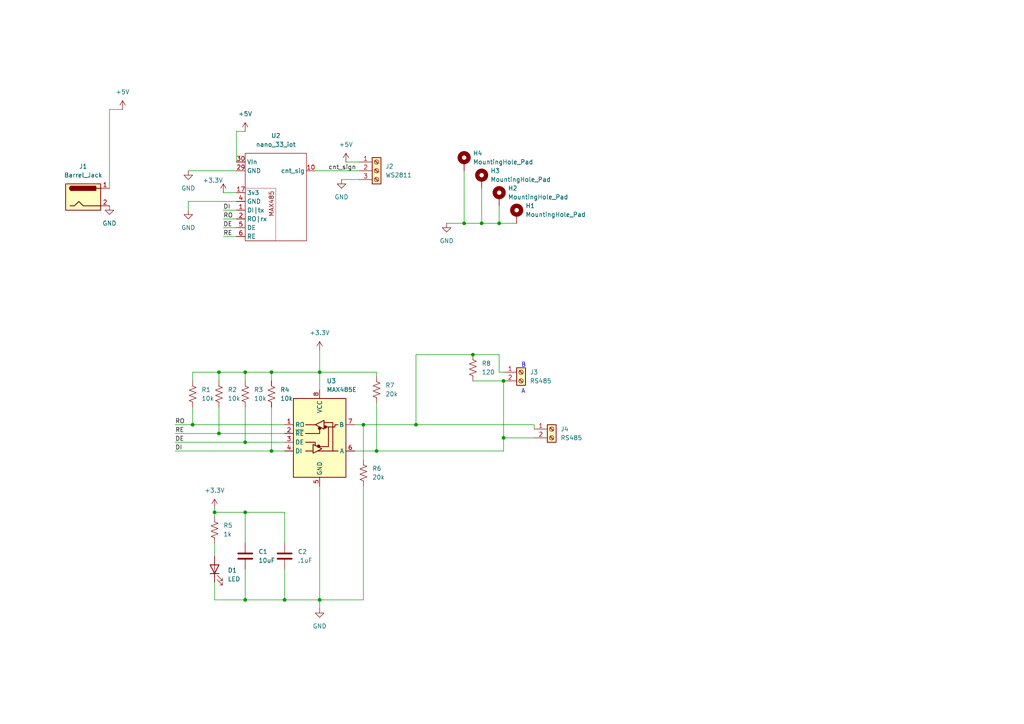
<source format=kicad_sch>
(kicad_sch (version 20250114) (generator "eeschema") (generator_version "9.0")
  (paper "A4")
  (lib_symbols
    (symbol "Connector:Barrel_Jack" (pin_names (offset 1.016))
      (property "Reference" "J" (at 0 5.334 0))
      (property "Value" "Barrel_Jack" (at 0 -5.08 0))
      (symbol "Barrel_Jack_0_1"
        (rectangle (start -5.08 3.81) (end 5.08 -3.81) (stroke (width 0.254)) (fill (type background)))
        (polyline (pts (xy -3.81 -2.54) (xy -2.54 -2.54) (xy -1.27 -1.27) (xy 0 -2.54) (xy 2.54 -2.54) (xy 5.08 -2.54)) (stroke (width 0.254)))
        (arc (start -3.302 1.905) (mid -3.9342 2.54) (end -3.302 3.175) (stroke (width 0.254)))
        (arc (start -3.302 1.905) (mid -3.9342 2.54) (end -3.302 3.175) (stroke (width 0.254)) (fill (type outline)))
        (rectangle (start 3.683 3.175) (end -3.302 1.905) (stroke (width 0.254)) (fill (type outline)))
        (polyline (pts (xy 5.08 2.54) (xy 3.81 2.54)) (stroke (width 0.254)))
      )
      (symbol "Barrel_Jack_1_1"
        (pin passive line (at 7.62 2.54 180) (length 2.54) (name "~") (number "1"))
        (pin passive line (at 7.62 -2.54 180) (length 2.54) (name "~") (number "2"))
      )
    )
    (symbol "Connector:Screw_Terminal_01x02" (pin_names (offset 1.016) (hide yes))
      (property "Reference" "J" (at 0 2.54 0))
      (property "Value" "Screw_Terminal_01x02" (at 0 -5.08 0))
      (symbol "Screw_Terminal_01x02_1_1"
        (rectangle (start -1.27 1.27) (end 1.27 -3.81) (stroke (width 0.254)) (fill (type background)))
        (polyline (pts (xy -0.5334 0.3302) (xy 0.3302 -0.508)) (stroke (width 0.1524)))
        (polyline (pts (xy -0.5334 -2.2098) (xy 0.3302 -3.048)) (stroke (width 0.1524)))
        (polyline (pts (xy -0.3556 0.508) (xy 0.508 -0.3302)) (stroke (width 0.1524)))
        (polyline (pts (xy -0.3556 -2.032) (xy 0.508 -2.8702)) (stroke (width 0.1524)))
        (circle (center 0 0) (radius 0.635) (stroke (width 0.1524)))
        (circle (center 0 -2.54) (radius 0.635) (stroke (width 0.1524)))
        (pin passive line (at -5.08 0 0) (length 3.81) (name "Pin_1") (number "1"))
        (pin passive line (at -5.08 -2.54 0) (length 3.81) (name "Pin_2") (number "2"))
      )
    )
    (symbol "Connector:Screw_Terminal_01x03" (pin_names (offset 1.016) (hide yes))
      (property "Reference" "J" (at 0 5.08 0))
      (property "Value" "Screw_Terminal_01x03" (at 0 -5.08 0))
      (symbol "Screw_Terminal_01x03_1_1"
        (rectangle (start -1.27 3.81) (end 1.27 -3.81) (stroke (width 0.254)) (fill (type background)))
        (polyline (pts (xy -0.5334 2.8702) (xy 0.3302 2.032)) (stroke (width 0.1524)))
        (polyline (pts (xy -0.5334 0.3302) (xy 0.3302 -0.508)) (stroke (width 0.1524)))
        (polyline (pts (xy -0.5334 -2.2098) (xy 0.3302 -3.048)) (stroke (width 0.1524)))
        (polyline (pts (xy -0.3556 3.048) (xy 0.508 2.2098)) (stroke (width 0.1524)))
        (polyline (pts (xy -0.3556 0.508) (xy 0.508 -0.3302)) (stroke (width 0.1524)))
        (polyline (pts (xy -0.3556 -2.032) (xy 0.508 -2.8702)) (stroke (width 0.1524)))
        (circle (center 0 2.54) (radius 0.635) (stroke (width 0.1524)))
        (circle (center 0 0) (radius 0.635) (stroke (width 0.1524)))
        (circle (center 0 -2.54) (radius 0.635) (stroke (width 0.1524)))
        (pin passive line (at -5.08 2.54 0) (length 3.81) (name "Pin_1") (number "1"))
        (pin passive line (at -5.08 0 0) (length 3.81) (name "Pin_2") (number "2"))
        (pin passive line (at -5.08 -2.54 0) (length 3.81) (name "Pin_3") (number "3"))
      )
    )
    (symbol "Device:C" (pin_numbers (hide yes)) (pin_names (offset 0.254))
      (property "Reference" "C" (at 0.635 2.54 0))
      (property "Value" "C" (at 0.635 -2.54 0))
      (symbol "C_0_1"
        (polyline (pts (xy -2.032 0.762) (xy 2.032 0.762)) (stroke (width 0.508)))
        (polyline (pts (xy -2.032 -0.762) (xy 2.032 -0.762)) (stroke (width 0.508)))
      )
      (symbol "C_1_1"
        (pin passive line (at 0 3.81 270) (length 2.794) (name "~") (number "1"))
        (pin passive line (at 0 -3.81 90) (length 2.794) (name "~") (number "2"))
      )
    )
    (symbol "Device:LED" (pin_numbers (hide yes)) (pin_names (offset 1.016) (hide yes))
      (property "Reference" "D" (at 0 2.54 0))
      (property "Value" "LED" (at 0 -2.54 0))
      (symbol "LED_0_1"
        (polyline (pts (xy -3.048 -0.762) (xy -4.572 -2.286) (xy -3.81 -2.286) (xy -4.572 -2.286) (xy -4.572 -1.524)))
        (polyline (pts (xy -1.778 -0.762) (xy -3.302 -2.286) (xy -2.54 -2.286) (xy -3.302 -2.286) (xy -3.302 -1.524)))
        (polyline (pts (xy -1.27 0) (xy 1.27 0)))
        (polyline (pts (xy -1.27 -1.27) (xy -1.27 1.27)) (stroke (width 0.254)))
        (polyline (pts (xy 1.27 -1.27) (xy 1.27 1.27) (xy -1.27 0) (xy 1.27 -1.27)) (stroke (width 0.254)))
      )
      (symbol "LED_1_1"
        (pin passive line (at -3.81 0 0) (length 2.54) (name "K") (number "1"))
        (pin passive line (at 3.81 0 180) (length 2.54) (name "A") (number "2"))
      )
    )
    (symbol "Device:R_US" (pin_numbers (hide yes)) (pin_names (offset 0))
      (property "Reference" "R" (at 2.54 0 90))
      (property "Value" "R_US" (at -2.54 0 90))
      (symbol "R_US_0_1"
        (polyline (pts (xy 0 2.286) (xy 0 2.54)))
        (polyline (pts (xy 0 2.286) (xy 1.016 1.905) (xy 0 1.524) (xy -1.016 1.143) (xy 0 0.762)))
        (polyline (pts (xy 0 0.762) (xy 1.016 0.381) (xy 0 0) (xy -1.016 -0.381) (xy 0 -0.762)))
        (polyline (pts (xy 0 -0.762) (xy 1.016 -1.143) (xy 0 -1.524) (xy -1.016 -1.905) (xy 0 -2.286)))
        (polyline (pts (xy 0 -2.286) (xy 0 -2.54)))
      )
      (symbol "R_US_1_1"
        (pin passive line (at 0 3.81 270) (length 1.27) (name "~") (number "1"))
        (pin passive line (at 0 -3.81 90) (length 1.27) (name "~") (number "2"))
      )
    )
    (symbol "GND_1" (power) (pin_numbers (hide yes)) (pin_names (offset 0) (hide yes))
      (property "Value" "GND" (at 0 -3.81 0))
      (symbol "GND_1_0_1"
        (polyline (pts (xy 0 0) (xy 0 -1.27) (xy 1.27 -1.27) (xy 0 -2.54) (xy -1.27 -1.27) (xy 0 -1.27)))
      )
      (symbol "GND_1_1_1"
        (pin power_in line (at 0 0 270) (length 0) (name "~") (number "1"))
      )
    )
    (symbol "GND_2" (power) (pin_numbers (hide yes)) (pin_names (offset 0) (hide yes))
      (property "Value" "GND" (at 0 -3.81 0))
      (symbol "GND_2_0_1"
        (polyline (pts (xy 0 0) (xy 0 -1.27) (xy 1.27 -1.27) (xy 0 -2.54) (xy -1.27 -1.27) (xy 0 -1.27)))
      )
      (symbol "GND_2_1_1"
        (pin power_in line (at 0 0 270) (length 0) (name "~") (number "1"))
      )
    )
    (symbol "Interface_UART:MAX485E"
      (property "Reference" "U" (at -6.096 11.43 0))
      (property "Value" "MAX485E" (at 0.762 11.43 0))
      (symbol "MAX485E_0_1"
        (rectangle (start -7.62 10.16) (end 7.62 -12.7) (stroke (width 0.254)) (fill (type background)))
        (polyline (pts (xy -4.064 2.54) (xy -1.27 2.54)) (stroke (width 0.254)))
        (polyline (pts (xy -4.064 -2.54) (xy -1.27 -2.54) (xy -1.27 -3.175)) (stroke (width 0.254)))
        (polyline (pts (xy -4.064 -5.08) (xy -1.905 -5.08)) (stroke (width 0.254)))
        (polyline (pts (xy -1.905 -3.175) (xy -1.905 -5.715) (xy 0.635 -4.445) (xy -1.905 -3.175)) (stroke (width 0.254)))
        (polyline (pts (xy -1.27 2.54) (xy 1.27 3.81) (xy 1.27 1.27) (xy -1.27 2.54)) (stroke (width 0.254)))
        (polyline (pts (xy -1.27 -3.2004) (xy -1.27 -3.4544)) (stroke (width 0.254)))
        (polyline (pts (xy -0.635 -5.08) (xy 5.334 -5.08)) (stroke (width 0.254)))
        (circle (center -0.3048 -3.683) (radius 0.3556) (stroke (width 0.254)) (fill (type outline)))
        (circle (center -0.0254 1.4986) (radius 0.3556) (stroke (width 0.254)) (fill (type outline)))
        (polyline (pts (xy 0 1.27) (xy 0 0) (xy -4.064 0)) (stroke (width 0.254)))
        (polyline (pts (xy 1.27 3.175) (xy 3.81 3.175) (xy 3.81 -5.08)) (stroke (width 0.254)))
        (rectangle (start 1.27 3.175) (end 1.27 3.175))
        (circle (center 1.651 1.905) (radius 0.3556) (stroke (width 0.254)) (fill (type outline)))
        (polyline (pts (xy 1.905 1.905) (xy 4.445 1.905) (xy 4.445 2.54) (xy 5.334 2.54)) (stroke (width 0.254)))
        (polyline (pts (xy 2.54 1.905) (xy 2.54 -3.81) (xy 0 -3.81)) (stroke (width 0.254)))
      )
      (symbol "MAX485E_1_1"
        (pin output line (at -10.16 2.54 0) (length 2.54) (name "RO") (number "1"))
        (pin input line (at -10.16 0 0) (length 2.54) (name "~{RE}") (number "2"))
        (pin input line (at -10.16 -2.54 0) (length 2.54) (name "DE") (number "3"))
        (pin input line (at -10.16 -5.08 0) (length 2.54) (name "DI") (number "4"))
        (pin power_in line (at 0 12.7 270) (length 2.54) (name "VCC") (number "8"))
        (pin power_in line (at 0 -15.24 90) (length 2.54) (name "GND") (number "5"))
        (pin bidirectional line (at 10.16 2.54 180) (length 2.54) (name "B") (number "7"))
        (pin bidirectional line (at 10.16 -5.08 180) (length 2.54) (name "A") (number "6"))
      )
    )
    (symbol "Mechanical:MountingHole_Pad" (pin_numbers (hide yes)) (pin_names (offset 1.016) (hide yes)) (in_bom no)
      (property "Reference" "H" (at 0 6.35 0))
      (property "Value" "MountingHole_Pad" (at 0 4.445 0))
      (symbol "MountingHole_Pad_0_1"
        (circle (center 0 1.27) (radius 1.27) (stroke (width 1.27)))
      )
      (symbol "MountingHole_Pad_1_1"
        (pin input line (at 0 -2.54 90) (length 2.54) (name "1") (number "1"))
      )
    )
    (symbol "booth_symbols:nano_33_iot"
      (property "Reference" "U" (at -8.89 16.51 0))
      (property "Value" "nano_33_iot" (at -3.81 15.24 0))
      (symbol "nano_33_iot_0_0"
        (text "MAX485" (at -1.27 -0.635 900) (effects (font (size 1.27 1.27))))
      )
      (symbol "nano_33_iot_0_1"
        (rectangle (start -8.89 13.97) (end 8.89 -11.43))
        (rectangle (start -8.89 3.81) (end 0 -11.43) (stroke (width 0.01)))
      )
      (symbol "nano_33_iot_1_1"
        (pin input line (at -11.43 11.43 0) (length 2.54) (name "VIn") (number "30"))
        (pin input line (at -11.43 8.89 0) (length 2.54) (name "GND") (number "29"))
        (pin input line (at -11.43 2.54 0) (length 2.54) (name "3v3") (number "17"))
        (pin input line (at -11.43 0 0) (length 2.54) (name "GND") (number "4"))
        (pin input line (at -11.43 -2.54 0) (length 2.54) (name "DI|tx") (number "1"))
        (pin input line (at -11.43 -5.08 0) (length 2.54) (name "RO|rx") (number "2"))
        (pin output line (at -11.43 -7.62 0) (length 2.54) (name "DE") (number "5"))
        (pin output line (at -11.43 -10.16 0) (length 2.54) (name "RE") (number "6"))
        (pin input line (at 11.43 8.89 180) (length 2.54) (name "cnt_sig") (number "10"))
      )
    )
    (symbol "power:+3.3V" (power) (pin_names (offset 0))
      (property "Value" "+3.3V" (at 0 3.556 0))
      (symbol "+3.3V_0_1"
        (polyline (pts (xy -0.762 1.27) (xy 0 2.54)))
        (polyline (pts (xy 0 2.54) (xy 0.762 1.27)))
        (polyline (pts (xy 0 0) (xy 0 2.54)))
      )
      (symbol "+3.3V_1_1"
        (pin power_in line (at 0 0 90) (length 0) (hide yes) (name "+3.3V") (number "1"))
      )
    )
    (symbol "power:+5V" (power) (pin_numbers (hide yes)) (pin_names (offset 0) (hide yes))
      (property "Value" "+5V" (at 0 3.556 0))
      (symbol "+5V_0_1"
        (polyline (pts (xy -0.762 1.27) (xy 0 2.54)))
        (polyline (pts (xy 0 2.54) (xy 0.762 1.27)))
        (polyline (pts (xy 0 0) (xy 0 2.54)))
      )
      (symbol "+5V_1_1"
        (pin power_in line (at 0 0 90) (length 0) (name "~") (number "1"))
      )
    )
    (symbol "power:GND" (power) (pin_names (offset 0))
      (property "Value" "GND" (at 0 -3.81 0))
      (symbol "GND_0_1"
        (polyline (pts (xy 0 0) (xy 0 -1.27) (xy 1.27 -1.27) (xy 0 -2.54) (xy -1.27 -1.27) (xy 0 -1.27)))
      )
      (symbol "GND_1_1"
        (pin power_in line (at 0 0 270) (length 0) (hide yes) (name "GND") (number "1"))
      )
    )
  )
  (text "B" (at 151.13 106.68 0) (effects (font (size 1.27 1.27)) (justify left bottom)))
  (text "A\n" (at 151.13 114.3 0) (effects (font (size 1.27 1.27)) (justify left bottom)))
  (junction (at 55.88 123.19))
  (junction (at 134.62 64.77))
  (junction (at 139.7 64.77))
  (junction (at 71.12 148.59))
  (junction (at 78.74 107.95))
  (junction (at 144.78 64.77))
  (junction (at 109.22 130.81))
  (junction (at 146.05 127))
  (junction (at 71.12 128.27))
  (junction (at 146.05 110.49))
  (junction (at 82.55 173.99))
  (junction (at 63.5 125.73))
  (junction (at 120.65 123.19))
  (junction (at 105.41 123.19))
  (junction (at 63.5 107.95))
  (junction (at 71.12 107.95))
  (junction (at 62.23 148.59))
  (junction (at 92.71 107.95))
  (junction (at 78.74 130.81))
  (junction (at 92.71 173.99))
  (junction (at 71.12 173.99))
  (junction (at 137.16 102.87))
  (wire (pts (xy 105.41 123.19) (xy 105.41 133.35)))
  (wire (pts (xy 102.87 123.19) (xy 105.41 123.19)))
  (wire (pts (xy 31.75 31.75) (xy 35.56 31.75)))
  (wire (pts (xy 144.78 107.95) (xy 144.78 102.87)))
  (wire (pts (xy 109.22 116.84) (xy 109.22 130.81)))
  (wire (pts (xy 50.8 125.73) (xy 63.5 125.73)))
  (wire (pts (xy 62.23 173.99) (xy 71.12 173.99)))
  (wire (pts (xy 50.8 128.27) (xy 71.12 128.27)))
  (wire (pts (xy 120.65 123.19) (xy 154.94 123.19)))
  (wire (pts (xy 92.71 101.6) (xy 92.71 107.95)))
  (wire (pts (xy 62.23 148.59) (xy 71.12 148.59)))
  (wire (pts (xy 120.65 102.87) (xy 120.65 123.19)))
  (wire (pts (xy 68.58 46.99) (xy 68.58 38.1)))
  (wire (pts (xy 109.22 107.95) (xy 92.71 107.95)))
  (wire (pts (xy 63.5 125.73) (xy 82.55 125.73)))
  (wire (pts (xy 154.94 123.19) (xy 154.94 124.46)))
  (wire (pts (xy 71.12 107.95) (xy 71.12 110.49)))
  (wire (pts (xy 78.74 107.95) (xy 78.74 110.49)))
  (wire (pts (xy 64.77 60.96) (xy 68.58 60.96)))
  (wire (pts (xy 92.71 140.97) (xy 92.71 173.99)))
  (wire (pts (xy 55.88 123.19) (xy 82.55 123.19)))
  (wire (pts (xy 82.55 148.59) (xy 82.55 157.48)))
  (wire (pts (xy 78.74 130.81) (xy 82.55 130.81)))
  (wire (pts (xy 144.78 59.69) (xy 144.78 64.77)))
  (wire (pts (xy 68.58 58.42) (xy 54.61 58.42)))
  (wire (pts (xy 102.87 130.81) (xy 109.22 130.81)))
  (wire (pts (xy 62.23 147.32) (xy 62.23 148.59)))
  (wire (pts (xy 92.71 107.95) (xy 78.74 107.95)))
  (wire (pts (xy 55.88 118.11) (xy 55.88 123.19)))
  (wire (pts (xy 62.23 157.48) (xy 62.23 161.29)))
  (wire (pts (xy 146.05 127) (xy 146.05 110.49)))
  (wire (pts (xy 92.71 113.03) (xy 92.71 107.95)))
  (wire (pts (xy 109.22 130.81) (xy 146.05 130.81)))
  (wire (pts (xy 134.62 64.77) (xy 139.7 64.77)))
  (wire (pts (xy 68.58 38.1) (xy 71.12 38.1)))
  (wire (pts (xy 144.78 64.77) (xy 149.86 64.77)))
  (wire (pts (xy 105.41 123.19) (xy 120.65 123.19)))
  (wire (pts (xy 62.23 148.59) (xy 62.23 149.86)))
  (wire (pts (xy 92.71 173.99) (xy 82.55 173.99)))
  (wire (pts (xy 54.61 58.42) (xy 54.61 60.96)))
  (wire (pts (xy 146.05 130.81) (xy 146.05 127)))
  (wire (pts (xy 62.23 168.91) (xy 62.23 173.99)))
  (wire (pts (xy 64.77 63.5) (xy 68.58 63.5)))
  (wire (pts (xy 100.33 46.99) (xy 104.14 46.99)))
  (wire (pts (xy 63.5 118.11) (xy 63.5 125.73)))
  (wire (pts (xy 137.16 102.87) (xy 144.78 102.87)))
  (wire (pts (xy 64.77 68.58) (xy 68.58 68.58)))
  (wire (pts (xy 134.62 49.53) (xy 134.62 64.77)))
  (wire (pts (xy 99.06 52.07) (xy 104.14 52.07)))
  (wire (pts (xy 120.65 102.87) (xy 137.16 102.87)))
  (wire (pts (xy 71.12 118.11) (xy 71.12 128.27)))
  (wire (pts (xy 109.22 109.22) (xy 109.22 107.95)))
  (wire (pts (xy 63.5 107.95) (xy 63.5 110.49)))
  (wire (pts (xy 71.12 165.1) (xy 71.12 173.99)))
  (wire (pts (xy 31.75 31.75) (xy 31.75 54.61)))
  (wire (pts (xy 78.74 118.11) (xy 78.74 130.81)))
  (wire (pts (xy 63.5 107.95) (xy 55.88 107.95)))
  (wire (pts (xy 71.12 148.59) (xy 82.55 148.59)))
  (wire (pts (xy 78.74 107.95) (xy 71.12 107.95)))
  (wire (pts (xy 54.61 49.53) (xy 68.58 49.53)))
  (wire (pts (xy 50.8 130.81) (xy 78.74 130.81)))
  (wire (pts (xy 146.05 107.95) (xy 144.78 107.95)))
  (wire (pts (xy 50.8 123.19) (xy 55.88 123.19)))
  (wire (pts (xy 55.88 107.95) (xy 55.88 110.49)))
  (wire (pts (xy 82.55 165.1) (xy 82.55 173.99)))
  (wire (pts (xy 71.12 107.95) (xy 63.5 107.95)))
  (wire (pts (xy 129.54 64.77) (xy 134.62 64.77)))
  (wire (pts (xy 105.41 140.97) (xy 105.41 173.99)))
  (wire (pts (xy 64.77 55.88) (xy 68.58 55.88)))
  (wire (pts (xy 71.12 128.27) (xy 82.55 128.27)))
  (wire (pts (xy 146.05 127) (xy 154.94 127)))
  (wire (pts (xy 82.55 173.99) (xy 71.12 173.99)))
  (wire (pts (xy 71.12 157.48) (xy 71.12 148.59)))
  (wire (pts (xy 64.77 66.04) (xy 68.58 66.04)))
  (wire (pts (xy 105.41 173.99) (xy 92.71 173.99)))
  (wire (pts (xy 92.71 176.53) (xy 92.71 173.99)))
  (wire (pts (xy 139.7 64.77) (xy 144.78 64.77)))
  (wire (pts (xy 139.7 54.61) (xy 139.7 64.77)))
  (wire (pts (xy 91.44 49.53) (xy 104.14 49.53)))
  (wire (pts (xy 137.16 110.49) (xy 146.05 110.49)))
  (label "RE" (at 64.77 68.58 0))
  (label "DE" (at 50.8 128.27 0))
  (label "RO" (at 64.77 63.5 0))
  (label "RO" (at 50.8 123.19 0))
  (label "DE" (at 64.77 66.04 0))
  (label "cnt_sign" (at 95.25 49.53 0))
  (label "DI" (at 64.77 60.96 0))
  (label "DI" (at 50.8 130.81 0))
  (label "RE" (at 50.8 125.73 0))
  (symbol (lib_id "power:+3.3V") (at 64.77 55.88 0) (unit 1)
    (property "Reference" "#PWR08" (effects (hide yes)))
    (property "Value" "+3.3V" (at 61.722 52.324 0))
  )
  (symbol (lib_id "Device:R_US") (at 109.22 113.03 0) (unit 1)
    (property "Reference" "R7" (at 111.76 111.7599 0) (effects (justify left)))
    (property "Value" "20k" (at 111.76 114.2999 0) (effects (justify left)))
    (property "Footprint" "Resistor_SMD:R_2010_5025Metric" (effects (hide yes)))
  )
  (symbol (lib_id "Device:C") (at 82.55 161.29 0) (unit 1)
    (property "Reference" "C2" (at 86.36 160.0199 0) (effects (justify left)))
    (property "Value" ".1uF" (at 86.36 162.5599 0) (effects (justify left)))
    (property "Footprint" "Capacitor_SMD:C_1812_4532Metric" (effects (hide yes)))
  )
  (symbol (lib_id "power:+5V") (at 35.56 31.75 0) (unit 1)
    (property "Reference" "#PWR02" (effects (hide yes)))
    (property "Value" "+5V" (at 35.56 26.67 0))
    (property "Description" "Power symbol creates a global label with name \"+5V\"" (effects (hide yes)))
  )
  (symbol (lib_id "Device:R_US") (at 62.23 153.67 0) (unit 1)
    (property "Reference" "R5" (at 64.77 152.3999 0) (effects (justify left)))
    (property "Value" "1k" (at 64.77 154.9399 0) (effects (justify left)))
    (property "Footprint" "Resistor_SMD:R_2010_5025Metric" (effects (hide yes)))
  )
  (symbol (lib_id "Connector:Screw_Terminal_01x02") (at 151.13 107.95 0) (unit 1)
    (property "Reference" "J3" (at 153.67 107.9499 0) (effects (justify left)))
    (property "Value" "RS485" (at 153.67 110.4899 0) (effects (justify left)))
    (property "Footprint" "TerminalBlock_4Ucon:TerminalBlock_4Ucon_1x02_P3.50mm_Horizontal" (effects (hide yes)))
  )
  (symbol (lib_id "Device:R_US") (at 137.16 106.68 0) (unit 1)
    (property "Reference" "R8" (at 139.7 105.4099 0) (effects (justify left)))
    (property "Value" "120" (at 139.7 107.9499 0) (effects (justify left)))
    (property "Footprint" "Resistor_SMD:R_2010_5025Metric" (effects (hide yes)))
  )
  (symbol (lib_id "Device:R_US") (at 78.74 114.3 0) (unit 1)
    (property "Reference" "R4" (at 81.28 113.0299 0) (effects (justify left)))
    (property "Value" "10k" (at 81.28 115.5699 0) (effects (justify left)))
    (property "Footprint" "Resistor_SMD:R_2010_5025Metric" (effects (hide yes)))
  )
  (symbol (lib_id "power:GND") (at 54.61 60.96 0) (unit 1)
    (property "Reference" "#PWR07" (effects (hide yes)))
    (property "Value" "GND" (at 54.61 66.04 0))
  )
  (symbol (lib_id "power:+3.3V") (at 62.23 147.32 0) (unit 1)
    (property "Reference" "#PWR03" (effects (hide yes)))
    (property "Value" "+3.3V" (at 62.23 142.24 0))
  )
  (symbol (lib_id "power:+5V") (at 100.33 46.99 0) (unit 1)
    (property "Reference" "#PWR09" (effects (hide yes)))
    (property "Value" "+5V" (at 100.33 41.91 0))
    (property "Description" "Power symbol creates a global label with name \"+5V\"" (effects (hide yes)))
  )
  (symbol (lib_id "Device:R_US") (at 105.41 137.16 0) (unit 1)
    (property "Reference" "R6" (at 107.95 135.8899 0) (effects (justify left)))
    (property "Value" "20k" (at 107.95 138.4299 0) (effects (justify left)))
    (property "Footprint" "Resistor_SMD:R_2010_5025Metric" (effects (hide yes)))
  )
  (symbol (lib_id "power:GND") (at 31.75 59.69 0) (unit 1)
    (property "Reference" "#PWR01" (effects (hide yes)))
    (property "Value" "GND" (at 31.75 64.77 0))
  )
  (symbol (lib_id "power:GND") (at 92.71 176.53 0) (unit 1)
    (property "Reference" "#PWR06" (effects (hide yes)))
    (property "Value" "GND" (at 92.71 181.61 0))
  )
  (symbol (lib_id "power:GND") (at 54.61 49.53 0) (unit 1)
    (property "Reference" "#PWR04" (effects (hide yes)))
    (property "Value" "GND" (at 54.61 54.61 0))
  )
  (symbol (lib_id "Connector:Barrel_Jack") (at 24.13 57.15 0) (unit 1)
    (property "Reference" "J1" (at 24.13 48.26 0))
    (property "Value" "Barrel_Jack" (at 24.13 50.8 0))
    (property "Footprint" "Connector_BarrelJack:BarrelJack_CUI_PJ-102AH_Horizontal" (effects (hide yes)))
  )
  (symbol (lib_id "Device:R_US") (at 71.12 114.3 0) (unit 1)
    (property "Reference" "R3" (at 73.66 113.0299 0) (effects (justify left)))
    (property "Value" "10k" (at 73.66 115.5699 0) (effects (justify left)))
    (property "Footprint" "Resistor_SMD:R_2010_5025Metric" (effects (hide yes)))
  )
  (symbol (lib_id "Device:C") (at 71.12 161.29 0) (unit 1)
    (property "Reference" "C1" (at 74.93 160.0199 0) (effects (justify left)))
    (property "Value" "10uF" (at 74.93 162.5599 0) (effects (justify left)))
    (property "Footprint" "Capacitor_SMD:C_1812_4532Metric" (effects (hide yes)))
  )
  (symbol (lib_name "GND_2") (lib_id "power:GND") (at 129.54 64.77 0) (unit 1)
    (property "Reference" "#PWR011" (effects (hide yes)))
    (property "Value" "GND" (at 129.54 69.85 0))
    (property "Description" "Power symbol creates a global label with name \"GND\" , ground" (effects (hide yes)))
  )
  (symbol (lib_id "Interface_UART:MAX485E") (at 92.71 125.73 0) (unit 1)
    (property "Reference" "U3" (at 94.7294 110.49 0) (effects (justify left)))
    (property "Value" "MAX485E" (at 94.7294 113.03 0) (effects (justify left)))
    (property "Footprint" "Package_DIP:DIP-8_W7.62mm" (effects (hide yes)))
    (property "Datasheet" "https://datasheets.maximintegrated.com/en/ds/MAX1487E-MAX491E.pdf" (effects (hide yes)))
  )
  (symbol (lib_id "Connector:Screw_Terminal_01x03") (at 109.22 49.53 0) (unit 1)
    (property "Reference" "J2" (at 111.76 48.2599 0) (effects (justify left)))
    (property "Value" "WS2811" (at 111.76 50.7999 0) (effects (justify left)))
    (property "Footprint" "TerminalBlock_4Ucon:TerminalBlock_4Ucon_1x03_P3.50mm_Horizontal" (effects (hide yes)))
  )
  (symbol (lib_id "Mechanical:MountingHole_Pad") (at 149.86 62.23 0) (unit 1) (in_bom no)
    (property "Reference" "H1" (at 152.4 59.6899 0) (effects (justify left)))
    (property "Value" "MountingHole_Pad" (at 152.4 62.2299 0) (effects (justify left)))
    (property "Footprint" "MountingHole:MountingHole_3.2mm_M3" (effects (hide yes)))
    (property "Description" "Mounting Hole with connection" (effects (hide yes)))
  )
  (symbol (lib_id "booth_symbols:nano_33_iot") (at 80.01 58.42 0) (unit 1)
    (property "Reference" "U2" (at 80.01 39.37 0))
    (property "Value" "nano_33_iot" (at 80.01 41.91 0))
    (property "Footprint" "Module:Arduino_Nano" (effects (hide yes)))
  )
  (symbol (lib_name "GND_1") (lib_id "power:GND") (at 99.06 52.07 0) (unit 1)
    (property "Reference" "#PWR010" (effects (hide yes)))
    (property "Value" "GND" (at 99.06 57.15 0))
    (property "Description" "Power symbol creates a global label with name \"GND\" , ground" (effects (hide yes)))
  )
  (symbol (lib_id "Device:R_US") (at 63.5 114.3 0) (unit 1)
    (property "Reference" "R2" (at 66.04 113.0299 0) (effects (justify left)))
    (property "Value" "10k" (at 66.04 115.5699 0) (effects (justify left)))
    (property "Footprint" "Resistor_SMD:R_2010_5025Metric" (effects (hide yes)))
  )
  (symbol (lib_id "Mechanical:MountingHole_Pad") (at 134.62 46.99 0) (unit 1) (in_bom no)
    (property "Reference" "H4" (at 137.16 44.4499 0) (effects (justify left)))
    (property "Value" "MountingHole_Pad" (at 137.16 46.9899 0) (effects (justify left)))
    (property "Footprint" "MountingHole:MountingHole_3.2mm_M3" (effects (hide yes)))
    (property "Description" "Mounting Hole with connection" (effects (hide yes)))
  )
  (symbol (lib_id "Device:LED") (at 62.23 165.1 90) (unit 1)
    (property "Reference" "D1" (at 66.04 165.4174 90) (effects (justify right)))
    (property "Value" "LED" (at 66.04 167.9574 90) (effects (justify right)))
    (property "Footprint" "LED_SMD:LED_1812_4532Metric" (effects (hide yes)))
  )
  (symbol (lib_id "Mechanical:MountingHole_Pad") (at 139.7 52.07 0) (unit 1) (in_bom no)
    (property "Reference" "H3" (at 142.24 49.5299 0) (effects (justify left)))
    (property "Value" "MountingHole_Pad" (at 142.24 52.0699 0) (effects (justify left)))
    (property "Footprint" "MountingHole:MountingHole_3.2mm_M3" (effects (hide yes)))
    (property "Description" "Mounting Hole with connection" (effects (hide yes)))
  )
  (symbol (lib_id "Connector:Screw_Terminal_01x02") (at 160.02 124.46 0) (unit 1)
    (property "Reference" "J4" (at 162.56 124.4599 0) (effects (justify left)))
    (property "Value" "RS485" (at 162.56 126.9999 0) (effects (justify left)))
    (property "Footprint" "TerminalBlock_4Ucon:TerminalBlock_4Ucon_1x02_P3.50mm_Horizontal" (effects (hide yes)))
  )
  (symbol (lib_id "Mechanical:MountingHole_Pad") (at 144.78 57.15 0) (unit 1) (in_bom no)
    (property "Reference" "H2" (at 147.32 54.6099 0) (effects (justify left)))
    (property "Value" "MountingHole_Pad" (at 147.32 57.1499 0) (effects (justify left)))
    (property "Footprint" "MountingHole:MountingHole_3.2mm_M3" (effects (hide yes)))
    (property "Description" "Mounting Hole with connection" (effects (hide yes)))
  )
  (symbol (lib_id "power:+5V") (at 71.12 38.1 0) (unit 1)
    (property "Reference" "#PWR012" (effects (hide yes)))
    (property "Value" "+5V" (at 71.12 33.02 0))
    (property "Description" "Power symbol creates a global label with name \"+5V\"" (effects (hide yes)))
  )
  (symbol (lib_id "Device:R_US") (at 55.88 114.3 0) (unit 1)
    (property "Reference" "R1" (at 58.42 113.0299 0) (effects (justify left)))
    (property "Value" "10k" (at 58.42 115.5699 0) (effects (justify left)))
    (property "Footprint" "Resistor_SMD:R_2010_5025Metric" (effects (hide yes)))
  )
  (symbol (lib_id "power:+3.3V") (at 92.71 101.6 0) (unit 1)
    (property "Reference" "#PWR05" (effects (hide yes)))
    (property "Value" "+3.3V" (at 92.71 96.52 0))
  )
)
</source>
